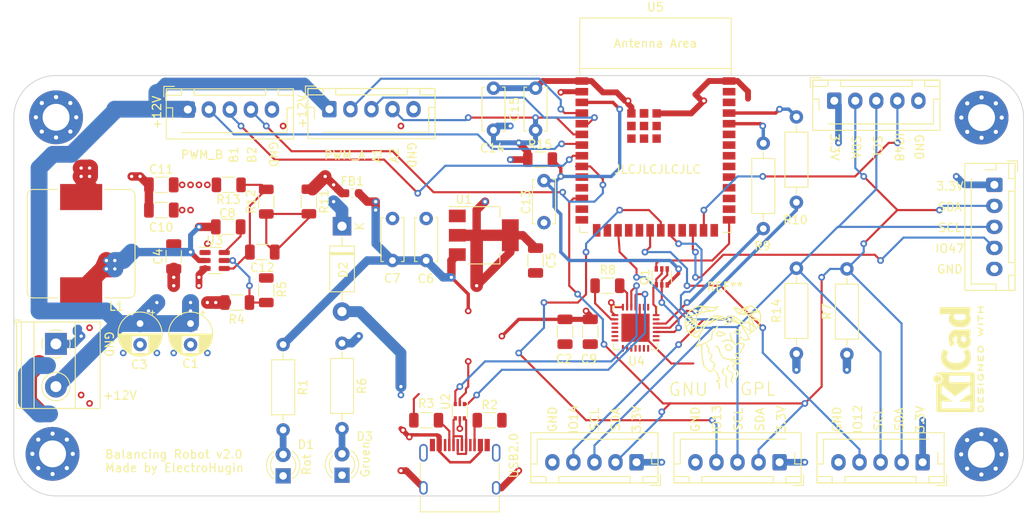
<source format=kicad_pcb>
(kicad_pcb (version 20221018) (generator pcbnew)
  (layers (0 "F.Cu" signal) (1 "In1.Cu" power) (2 "In2.Cu" power) (31 "B.Cu" signal) (34 "B.Paste" user) (35 "F.Paste" user) (36 "B.SilkS" user "B.Silkscreen") (37 "F.SilkS" user "F.Silkscreen") (38 "B.Mask" user) (39 "F.Mask" user) (44 "Edge.Cuts" user))
  (net 0 "")
  (net 1 "+5V")
  (net 2 "GND")
  (net 3 "+12VA")
  (net 4 "+3.3V")
  (net 5 "Net-(U3-BOOT)")
  (net 6 "Net-(U3-SW)")
  (net 7 "+5VP")
  (net 8 "Net-(U3-FB)")
  (net 9 "/EN")
  (net 10 "Net-(D1-A)")
  (net 11 "Net-(D2-A)")
  (net 12 "Net-(D3-A)")
  (net 13 "Net-(J2-CC1)")
  (net 14 "Net-(J2-D+-PadA6)")
  (net 15 "Net-(J2-D--PadA7)")
  (net 17 "Net-(J2-CC2)")
  (net 19 "/SDA")
  (net 20 "/SCL")
  (net 21 "/PWM_A")
  (net 22 "/A1")
  (net 23 "/A2")
  (net 24 "/PWM_B")
  (net 25 "/B1")
  (net 26 "/B2")
  (net 27 "/DTR")
  (net 28 "/RTS")
  (net 29 "/IO0")
  (net 30 "Net-(U3-EN)")
  (net 31 "+3.3VA")
  (net 32 "Net-(U4-~{RST})")
  (net 33 "Net-(U4-TXD)")
  (net 34 "/RXD")
  (net 35 "Net-(U4-RXD)")
  (net 36 "/TXD")
  (net 37 "Net-(U4-D-)")
  (net 38 "Net-(U4-D+)")
  (net 74 "Net-(C12-Pad1)")
  (net 77 "/RES_1")
  (net 78 "/MPU6050")
  (net 79 "/RES_2")
  (net 80 "/VL53L0X")
  (net 81 "/RES_3")
  (footprint "TerminalBlock_Phoenix:TerminalBlock_Phoenix_MKDS-1,5-2-5.08_1x02_P5.08mm_Horizontal" (layer "F.Cu") (at 98 99.92 -90)
    (fp_text reference "J1" hide)
    (fp_text value "Screw_Terminal_01x02")
  )
  (footprint "Package_TO_SOT_SMD:SOT-363_SC-70-6" (layer "F.Cu") (at 170 91.95 90)
    (fp_text reference "Q1")
    (fp_text value "UMH3N")
  )
  (footprint "Capacitor_SMD:C_1206_3216Metric" (layer "F.Cu") (at 158.5 98.475 -90)
    (fp_text reference "C2")
    (fp_text value "22u")
  )
  (footprint "LED_THT:LED_D3.0mm" (layer "F.Cu") (at 132 115.54 90)
    (fp_text reference "D3")
    (fp_text value "GREEN")
  )
  (footprint "Capacitor_THT:C_Disc_D5.0mm_W2.5mm_P5.00mm" (layer "F.Cu") (at 155 74.5 90)
    (fp_text reference "C15")
    (fp_text value "100n")
  )
  (footprint "MountingHole:MountingHole_3.2mm_M3_Pad_Via" (layer "F.Cu") (at 97.6 113)
    (fp_text reference "H3" hide)
    (fp_text value "Hole_Pad")
  )
  (footprint "Connector_JST:JST_XH_B5B-XH-AM_1x05_P2.50mm_Vertical" (layer "F.Cu") (at 184 114 180)
    (fp_text reference "J5" hide)
    (fp_text value "Conn_01x05")
  )
  (footprint "Connector_JST:JST_XH_B5B-XH-AM_1x05_P2.50mm_Vertical" (layer "F.Cu") (at 201 114 180)
    (fp_text reference "J3" hide)
    (fp_text value "Conn_01x05")
  )
  (footprint "Resistor_SMD:R_1206_3216Metric" (layer "F.Cu") (at 149.5375 109)
    (fp_text reference "R2")
    (fp_text value "5k1")
  )
  (footprint "Capacitor_SMD:C_1206_3216Metric" (layer "F.Cu") (at 161.5 98.475 -90)
    (fp_text reference "C9")
    (fp_text value "4u7")
  )
  (footprint "Connector_JST:JST_XH_B5B-XH-AM_1x05_P2.50mm_Vertical" (layer "F.Cu") (at 209.525 81 -90)
    (fp_text reference "J4" hide)
    (fp_text value "Conn_01x05")
  )
  (footprint "Diode_THT:D_DO-41_SOD81_P10.16mm_Horizontal" (layer "F.Cu") (at 132 85.92 -90)
    (fp_text reference "D2")
    (fp_text value "1N5819")
  )
  (footprint "Connector_USB:USB_C_Receptacle_HRO_TYPE-C-31-M-12" (layer "F.Cu") (at 146 116)
    (fp_text reference "J2" hide)
    (fp_text value "USB_C_Receptacle_USB2.0")
  )
  (footprint "Connector_JST:JST_XH_B5B-XH-AM_1x05_P2.50mm_Vertical" (layer "F.Cu") (at 130.5 72)
    (fp_text reference "J8" hide)
    (fp_text value "Conn_01x05")
  )
  (footprint "MountingHole:MountingHole_3.2mm_M3_Pad_Via" (layer "F.Cu") (at 208 73)
    (fp_text reference "H1" hide)
    (fp_text value "Hole_Pad")
  )
  (footprint "Capacitor_THT:C_Disc_D5.0mm_W2.5mm_P5.00mm" (layer "F.Cu") (at 156 80.5 -90)
    (fp_text reference "C13")
    (fp_text value "100n")
  )
  (footprint "LED_THT:LED_D3.0mm" (layer "F.Cu") (at 125 115.62 90)
    (fp_text reference "D1")
    (fp_text value "RED")
  )
  (footprint "Resistor_THT:R_Axial_DIN0207_L6.3mm_D2.5mm_P10.16mm_Horizontal" (layer "F.Cu") (at 182.06309 86.213588 90)
    (fp_text reference "R9")
    (fp_text value "22R")
  )
  (footprint "Inductor_SMD:L_0603_1608Metric" (layer "F.Cu") (at 133.2125 82)
    (fp_text reference "FB1")
    (fp_text value "BLM21PG221")
  )
  (footprint "MountingHole:MountingHole_3.2mm_M3_Pad_Via" (layer "F.Cu") (at 98.017235 72.965203)
    (fp_text reference "H2" hide)
    (fp_text value "Hole_Pad")
  )
  (footprint "Capacitor_SMD:C_1206_3216Metric" (layer "F.Cu") (at 112 89.525 90)
    (fp_text reference "C4")
    (fp_text value "0.1u")
  )
  (footprint "Connector_JST:JST_XH_B5B-XH-AM_1x05_P2.50mm_Vertical" (layer "F.Cu") (at 167 114 180)
    (fp_text reference "J7" hide)
    (fp_text value "Conn_01x05")
  )
  (footprint "Capacitor_SMD:C_1206_3216Metric" (layer "F.Cu") (at 155 90 -90)
    (fp_text reference "C5")
    (fp_text value "22u")
  )
  (footprint "Resistor_SMD:R_1206_3216Metric" (layer "F.Cu") (at 155.5375 78)
    (fp_text reference "R15")
    (fp_text value "10k")
  )
  (footprint "Resistor_THT:R_Axial_DIN0207_L6.3mm_D2.5mm_P10.16mm_Horizontal" (layer "F.Cu") (at 186 83.08 90)
    (fp_text reference "R10")
    (fp_text value "22R")
  )
  (footprint "Capacitor_THT:CP_Radial_D5.0mm_P2.50mm" (layer "F.Cu") (at 108 97.5 -90)
    (fp_text reference "C3")
    (fp_text value "10u")
  )
  (footprint "Capacitor_THT:C_Disc_D5.0mm_W2.5mm_P5.00mm" (layer "F.Cu") (at 142 90 90)
    (fp_text reference "C6")
    (fp_text value "22u")
  )
  (footprint "Capacitor_SMD:C_1206_3216Metric" (layer "F.Cu") (at 110.525 84)
    (fp_text reference "C10")
    (fp_text value "22u")
  )
  (footprint "Capacitor_THT:C_Disc_D5.0mm_W2.5mm_P5.00mm" (layer "F.Cu") (at 138 90 90)
    (fp_text reference "C7")
    (fp_text value "100n")
  )
  (footprint "Resistor_SMD:R_1206_3216Metric" (layer "F.Cu") (at 118.5375 81 180)
    (fp_text reference "R13")
    (fp_text value "13k3")
  )
  (footprint "Resistor_THT:R_Axial_DIN0207_L6.3mm_D2.5mm_P10.16mm_Horizontal" (layer "F.Cu") (at 186 101.08 90)
    (fp_text reference "R14")
    (fp_text value "3k3")
  )
  (footprint "Resistor_SMD:R_1206_3216Metric" (layer "F.Cu") (at 123 93.5375 90)
    (fp_text reference "R5")
    (fp_text value "105k")
  )
  (footprint "Connector_JST:JST_XH_B5B-XH-AM_1x05_P2.50mm_Vertical" (layer "F.Cu") (at 190.5 71)
    (fp_text reference "J6" hide)
    (fp_text value "Conn_01x05")
  )
  (footprint "Capacitor_THT:C_Disc_D5.0mm_W2.5mm_P5.00mm" (layer "F.Cu") (at 150 74.5 90)
    (fp_text reference "C14")
    (fp_text value "22u")
  )
  (footprint "Resistor_SMD:R_1206_3216Metric" (layer "F.Cu") (at 128.063184 82.981592 -90)
    (fp_text reference "R11")
    (fp_text value "49.9")
  )
  (footprint "Inductor_SMD:L_Bourns_SRP1245A" (layer "F.Cu") (at 101 88 90)
    (fp_text reference "L1")
    (fp_text value "10u")
  )
  (footprint "Capacitor_SMD:C_1206_3216Metric" (layer "F.Cu") (at 110.525 81)
    (fp_text reference "C11")
    (fp_text value "22u")
  )
  (footprint "Resistor_SMD:R_1206_3216Metric" (layer "F.Cu") (at 142 109 180)
    (fp_text reference "R3")
    (fp_text value "5k1")
  )
  (footprint "Capacitor_SMD:C_1206_3216Metric" (layer "F.Cu") (at 122.525 89 180)
    (fp_text reference "C12")
    (fp_text value "75p")
  )
  (footprint "Resistor_THT:R_Axial_DIN0207_L6.3mm_D2.5mm_P10.16mm_Horizontal" (layer "F.Cu") (at 125 100 -90)
    (fp_text reference "R1")
    (fp_text value "1K")
  )
  (footprint "Symbol:KiCad-Logo2_5mm_SilkScreen" (layer "F.Cu") (at 205.25 101.75 90)
    (fp_text reference "REF**" hide)
    (fp_text value "KiCad-Logo2_5mm_SilkScreen" hide)
  )
  (footprint "Resistor_SMD:R_1206_3216Metric" (layer "F.Cu") (at 123 83 90)
    (fp_text reference "R12")
    (fp_text value "100k")
  )
  (footprint "Resistor_THT:R_Axial_DIN0207_L6.3mm_D2.5mm_P10.16mm_Horizontal" (layer "F.Cu") (at 132 99.84 -90)
    (fp_text reference "R6")
    (fp_text value "1K")
  )
  (footprint "PCM_Espressif:ESP32-S3-WROOM-2" (layer "F.Cu") (at 169.25 76.91)
    (fp_text reference "U5")
    (fp_text value "ESP32-S3-WROOM-2")
  )
  (footprint "Package_TO_SOT_SMD:SOT-223-3_TabPin2" (layer "F.Cu") (at 148.85 87)
    (fp_text reference "U1")
    (fp_text value "TLV1117LV-3.3")
  )
  (footprint "Package_TO_SOT_SMD:SOT-666" (layer "F.Cu") (at 146 107.925 -90)
    (fp_text reference "U2")
    (fp_text value "USBLC6-2P6")
  )
  (footprint "Resistor_THT:R_Axial_DIN0207_L6.3mm_D2.5mm_P10.16mm_Horizontal" (layer "F.Cu") (at 192 101.16 90)
    (fp_text reference "R7")
    (fp_text value "3k3")
  )
  (footprint "Package_DFN_QFN:QFN-28-1EP_5x5mm_P0.5mm_EP3.35x3.35mm" (layer "F.Cu") (at 166.88 98 -90)
    (fp_text reference "U4")
    (fp_text value "CP2102N-Axx-xQFN28")
  )
  (footprint "Capacitor_SMD:C_1206_3216Metric" (layer "F.Cu") (at 118.475 86 180)
    (fp_text reference "C8")
    (fp_text value "0.1u")
  )
  (footprint "Symbol:Symbol_GNU-Logo_SilkscreenTop" (layer "F.Cu") (at 177.5 99.17393)
    (fp_text reference "REF**")
    (fp_text value "Symbol_GNU-Logo_SilkscreenTop")
  )
  (footprint "Resistor_SMD:R_1206_3216Metric" (layer "F.Cu") (at 163.5375 93 180)
    (fp_text reference "R8")
    (fp_text value "10k")
  )
  (footprint "Package_TO_SOT_SMD:SOT-23-6" (layer "F.Cu") (at 116.8625 90)
    (fp_text reference "U3")
    (fp_text value "TPS54302")
  )
  (footprint "MountingHole:MountingHole_3.2mm_M3_Pad_Via" (layer "F.Cu") (at 207.982076 113.056981)
    (fp_text reference "H4" hide)
    (fp_text value "Hole_Pad")
  )
  (footprint "Connector_JST:JST_XH_B5B-XH-AM_1x05_P2.50mm_Vertical" (layer "F.Cu") (at 113.673618 72.037026)
    (fp_text reference "J9" hide)
    (fp_text value "Conn_01x05")
  )
  (footprint "Capacitor_THT:CP_Radial_D5.0mm_P2.50mm" (layer "F.Cu") (at 114 97.5 -90)
    (fp_text reference "C1")
    (fp_text value "1u")
  )
  (footprint "Resistor_SMD:R_1206_3216Metric" (layer "F.Cu") (at 119.5375 95)
    (fp_text reference "R4")
    (fp_text value "511k")
  )
  (gr_arc (start 208 68) (mid 211.535534 69.464466) (end 213 73) (stroke (width 0.1)) (layer "Edge.Cuts"))
  (gr_arc (start 213 113) (mid 211.535534 116.535534) (end 208 118) (stroke (width 0.1)) (layer "Edge.Cuts"))
  (gr_line (start 93 73) (end 93 113) (stroke (width 0.1)) (layer "Edge.Cuts"))
  (gr_arc (start 98 118) (mid 94.464466 116.535534) (end 93 113) (stroke (width 0.1)) (layer "Edge.Cuts"))
  (gr_line (start 98 118) (end 208 118) (stroke (width 0.1)) (layer "Edge.Cuts"))
  (gr_line (start 213 113) (end 213 73) (stroke (width 0.1)) (layer "Edge.Cuts"))
  (gr_line (start 208 68) (end 98 68) (stroke (width 0.1)) (layer "Edge.Cuts"))
  (gr_arc (start 93 73) (mid 94.464466 69.464466) (end 98 68) (stroke (width 0.1)) (layer "Edge.Cuts"))
  (gr_text "SDA" (at 165.109507 110.397884 90) (layer "F.SilkS") (effects (font (size 1 1)) (justify left bottom)))
  (gr_text "3.3V" (at 189.961309 74.785715 270) (layer "F.SilkS") (effects (font (size 1 1)) (justify left bottom)))
  (gr_text "3.3V" (at 201.288691 110.61217 90) (layer "F.SilkS") (effects (font (size 1 1)) (justify left bottom)))
  (gr_text "GND" (at 103.707784 98.330964 -90) (layer "F.SilkS") (effects (font (size 1 1)) (justify left bottom)))
  (gr_text "PWM_A" (at 129.782035 78.071988) (layer "F.SilkS") (effects (font (size 1 1)) (justify left bottom)))
  (gr_text "GND" (at 157.60564 110.516932 90) (layer "F.SilkS") (effects (font (size 1 1)) (justify left bottom)))
  (gr_text "A2" (at 138.809703 78.5 90) (layer "F.SilkS") (effects (font (size 1 1)) (justify left bottom)))
  (gr_text "IO47" (at 202.416667 89.160213) (layer "F.SilkS") (effects (font (size 1 1)) (justify left bottom)))
  (gr_text "GND" (at 174.577323 110.516932 90) (layer "F.SilkS") (effects (font (size 1 1)) (justify left bottom)))
  (gr_text "SCL" (at 196.343959 110.374075 90) (layer "F.SilkS") (effects (font (size 1 1)) (justify left bottom)))
  (gr_text "SCL" (at 202.75 86.690142) (layer "F.SilkS") (effects (font (size 1 1)) (justify left bottom)))
  (gr_text "SCL" (at 195.03869 75.02381 270) (layer "F.SilkS") (effects (font (size 1 1)) (justify left bottom)))
  (gr_text "PWM_B" (at 112.75 78.000559) (layer "F.SilkS") (effects (font (size 1 1)) (justify left bottom)))
  (gr_text "+12V" (at 110.581108 74.496503 90) (layer "F.SilkS") (effects (font (size 1 1)) (justify left bottom)))
  (gr_text "3.3V" (at 184.785395 110.61217 90) (layer "F.SilkS") (effects (font (size 1 1)) (justify left bottom)))
  (gr_text "Gruen" (at 135.355496 115.89264 90) (layer "F.SilkS") (effects (font (size 1 1)) (justify left bottom)))
  (gr_text "SDA" (at 202.72619 84.220071) (layer "F.SilkS") (effects (font (size 1 1)) (justify left bottom)))
  (gr_text "IO48" (at 197.626676 74.690477 270) (layer "F.SilkS") (effects (font (size 1 1)) (justify left bottom)))
  (gr_text "SDA" (at 198.816324 110.397884 90) (layer "F.SilkS") (effects (font (size 1 1)) (justify left bottom)))
  (gr_text "IO14" (at 160.106929 110.707408 90) (layer "F.SilkS") (effects (font (size 1 1)) (justify left bottom)))
  (gr_text "A1" (at 136.75 78.5 90) (layer "F.SilkS") (effects (font (size 1 1)) (justify left bottom)))
  (gr_text "GND" (at 123.23782 75.75 -90) (layer "F.SilkS") (effects (font (size 1 1)) (justify left bottom)))
  (gr_text "+12V" (at 127.858992 74.373266 90) (layer "F.SilkS") (effects (font (size 1 1)) (justify left bottom)))
  (gr_text "SDA" (at 182.233377 110.397884 90) (layer "F.SilkS") (effects (font (size 1 1)) (justify left bottom)))
  (gr_text "GND" (at 139.665906 75.821429 -90) (layer "F.SilkS") (effects (font (size 1 1)) (justify left bottom)))
  (gr_text "+12V" (at 103.514043 106.637395) (layer "F.SilkS") (effects (font (size 1 1)) (justify left bottom)))
  (gr_text "USB2.0" (at 153 116 90) (layer "F.SilkS") (effects (font (size 1 1)) (justify left bottom)))
  (gr_text "IO13" (at 177.129341 110.707408 90) (layer "F.SilkS") (effects (font (size 1 1)) (justify left bottom)))
  (gr_text "GND" (at 202.607143 91.630287) (layer "F.SilkS") (effects (font (size 1 1)) (justify left bottom)))
  (gr_text "B1" (at 119.725323 78.5 -270) (layer "F.SilkS") (effects (font (size 1 1)) (justify left bottom)))
  (gr_text "IO12" (at 193.871594 110.707408 90) (layer "F.SilkS") (effects (font (size 1 1)) (justify left bottom)))
  (gr_text "SCL" (at 179.681359 110.374075 90) (layer "F.SilkS") (effects (font (size 1 1)) (justify left bottom)))
  (gr_text "Balancing Robot v2.0\nMade by ElectroHugin" (at 103.75 115.25) (layer "F.SilkS") (effects (font (size 1 1)) (justify left bottom)))
  (gr_text "Rot" (at 128.367935 115.633841 90) (layer "F.SilkS") (effects (font (size 1 1)) (justify left bottom)))
  (gr_text "B2" (at 121.894302 78.5 90) (layer "F.SilkS") (effects (font (size 1 1)) (justify left bottom)))
  (gr_text "GND" (at 191.399229 110.516932 90) (layer "F.SilkS") (effects (font (size 1 1)) (justify left bottom)))
  (gr_text "GND" (at 199.985956 74.880953 -90) (layer "F.SilkS") (effects (font (size 1 1)) (justify left bottom)))
  (gr_text "3.3V" (at 202.511905 81.75) (layer "F.SilkS") (effects (font (size 1 1)) (justify left bottom)))
  (gr_text "SCL" (at 162.608218 110.374075 90) (layer "F.SilkS") (effects (font (size 1 1)) (justify left bottom)))
  (gr_text "JLCJLCJLCJLC" (at 164.25 79.75) (layer "F.SilkS") (effects (font (size 1 1)) (justify left bottom)))
  (gr_text "3.3V" (at 167.610798 110.61217 90) (layer "F.SilkS") (effects (font (size 1 1)) (justify left bottom)))
  (gr_text "SDA" (at 192.5 75 270) (layer "F.SilkS") (effects (font (size 1 1)) (justify left bottom)))
  (segment (start 164.55 95.55) (end 164 95) (width 0.25) (layer "F.Cu") (net 1))
  (segment (start 136 83) (end 136 84) (width 1) (layer "F.Cu") (net 1))
  (segment (start 146.725 105.275) (end 147 105) (width 0.25) (layer "F.Cu") (net 1))
  (segment (start 146 106.425) (end 146.725 105.7) (width 0.25) (layer "F.Cu") (net 1))
  (segment (start 164.43 96.5) (end 164 96.07) (width 0.25) (layer "F.Cu") (net 1))
  (segment (start 165.38 95.55) (end 164.55 95.55) (width 0.25) (layer "F.Cu") (net 1))
  (segment (start 158.5 97) (end 161.5 97) (width 0.6) (layer "F.Cu") (net 1))
  (segment (start 146.725 93.725) (end 145 92) (width 0.4) (layer "F.Cu") (net 1))
  (segment (start 147 95) (end 147 96) (width 0.4) (layer "F.Cu") (net 1))
  (segment (start 153 97) (end 158.5 97) (width 0.4) (layer "F.Cu") (net 1))
  (segment (start 145 90) (end 145.7 89.3) (width 1) (layer "F.Cu") (net 1))
  (segment (start 135 83) (end 134 82) (width 1) (layer "F.Cu") (net 1))
  (segment (start 146.725 93.725) (end 147 94) (width 0.4) (layer "F.Cu") (net 1))
  (segment (start 161.5 96.5) (end 161 96) (width 0.6) (layer "F.Cu") (net 1))
  (segment (start 136 83) (end 135 83) (width 1) (layer "F.Cu") (net 1))
  (segment (start 147 105) (end 147 102) (width 0.25) (layer "F.Cu") (net 1))
  (segment (start 151 99) (end 153 97) (width 0.4) (layer "F.Cu") (net 1))
  (segment (start 147 94) (end 147 95) (width 0.4) (layer "F.Cu") (net 1))
  (segment (start 146 107) (end 146 106.425) (width 0.25) (layer "F.Cu") (net 1))
  (segment (start 164 96.07) (end 164 95) (width 0.25) (layer "F.Cu") (net 1))
  (segment (start 145 92) (end 145 90) (width 1) (layer "F.Cu") (net 1))
  (segment (start 146.725 105.7) (end 146.725 105.275) (width 0.25) (layer "F.Cu") (net 1))
  (segment (start 161.5 97) (end 161.5 96.5) (width 0.6) (layer "F.Cu") (net 1))
  (via (at 136 83) (size 0.8) (drill 0.4) (layers "F.Cu" "B.Cu") (net 1))
  (via blind (at 147 102) (size 0.8) (drill 0.4) (layers "F.Cu" "In2.Cu") (net 1))
  (via (at 145 92) (size 0.8) (drill 0.4) (layers "F.Cu" "B.Cu") (net 1))
  (via blind (at 147 96) (size 0.8) (drill 0.4) (layers "F.Cu" "In2.Cu") (net 1))
  (via blind (at 164 95) (size 0.8) (drill 0.4) (layers "F.Cu" "In2.Cu") (net 1))
  (via blind (at 151 99) (size 0.8) (drill 0.4) (layers "F.Cu" "In2.Cu") (net 1))
  (via (at 136 84) (size 0.8) (drill 0.4) (layers "F.Cu" "B.Cu") (net 1))
  (via blind (at 161 96) (size 0.8) (drill 0.4) (layers "F.Cu" "In2.Cu") (net 1))
  (segment (start 138 90) (end 136 88) (width 1) (layer "B.Cu") (net 1))
  (segment (start 135 90) (end 138 90) (width 1) (layer "B.Cu") (net 1))
  (segment (start 142 90) (end 144 92) (width 1) (layer "B.Cu") (net 1))
  (segment (start 144 92) (end 145 92) (width 1) (layer "B.Cu") (net 1))
  (segment (start 138 90) (end 142 90) (width 1) (layer "B.Cu") (net 1))
  (segment (start 125 100) (end 135 90) (width 1) (layer "B.Cu") (net 1))
  (segment (start 136 88) (end 136 84) (width 1) (layer "B.Cu") (net 1))
  (segment (start 139.63 115) (end 139 115) (width 0.8) (layer "F.Cu") (net 2))
  (segment (start 173.5 72.5) (end 169.39 72.5) (width 0.7) (layer "F.Cu") (net 2))
  (segment (start 167.38 97.5) (end 166.88 98) (width 0.25) (layer "F.Cu") (net 2))
  (segment (start 179 68.65) (end 180.25 69.9) (width 0.7) (layer "F.Cu") (net 2))
  (segment (start 140.5375 109) (end 140.5375 106.4625) (width 0.25) (layer "F.Cu") (net 2))
  (segment (start 166.88 98) (end 171.13 102.25) (width 0.25) (layer "F.Cu") (net 2))
  (segment (start 155.85 68.65) (end 155 69.5) (width 0.7) (layer "F.Cu") (net 2))
  (segment (start 166.39 71.75) (end 166.39 72.5) (width 0.7) (layer "F.Cu") (net 2))
  (segment (start 177.35 68.65) (end 175.6 68.65) (width 0.7) (layer "F.Cu") (net 2))
  (segment (start 160.5 68.65) (end 161.65 68.65) (width 0.7) (layer "F.Cu") (net 2))
  (segment (start 174 70.25) (end 174.75 71) (width 0.7) (layer "F.Cu") (net 2))
  (segment (start 146 108.85) (end 146 110) (width 0.25) (layer "F.Cu") (net 2))
  (segment (start 178 68.65) (end 177.35 68.65) (width 0.25) (layer "F.Cu") (net 2))
  (segment (start 141.68 117.05) (end 139.63 115) (width 0.8) (layer "F.Cu") (net 2))
  (segment (start 163 70) (end 164.64 70) (width 0.7) (layer "F.Cu") (net 2))
  (segment (start 150.32 117.05) (end 150.95 117.05) (width 0.8) (layer "F.Cu") (net 2))
  (segment (start 175 71) (end 173.5 72.5) (width 0.7) (layer "F.Cu") (net 2))
  (segment (start 150.95 117.05) (end 153 115) (width 0.8) (layer "F.Cu") (net 2))
  (segment (start 161.65 68.65) (end 163 70) (width 0.7) (layer "F.Cu") (net 2))
  (segment (start 175.6 68.65) (end 174 70.25) (width 0.7) (layer "F.Cu") (net 2))
  (segment (start 171.13 102.25) (end 173.75 102.25) (width 0.25) (layer "F.Cu") (net 2))
  (segment (start 166 71.36) (end 166.39 71.75) (width 0.7) (layer "F.Cu") (net 2))
  (segment (start 164.64 70) (end 165.64 71) (width 0.7) (layer "F.Cu") (net 2))
  (segment (start 96 102.25) (end 94.75 103.5) (width 2) (layer "F.Cu") (net 2))
  (segment (start 140.5375 106.4625) (end 141.125 105.875) (width 0.25) (layer "F.Cu") (net 2))
  (segment (start 166 71) (end 166 71.36) (width 0.7) (layer "F.Cu") (net 2))
  (segment (start 178 68.65) (end 179 68.65) (width 0.7) (layer "F.Cu") (net 2))
  (segment (start 167.38 95.55) (end 167.38 97.5) (width 0.25) (layer "F.Cu") (net 2))
  (segment (start 160.5 68.65) (end 155.85 68.65) (width 0.7) (layer "F.Cu") (net 2))
  (segment (start 180.25 69.9) (end 180.25 70.75) (width 0.7) (layer "F.Cu") (net 2))
  (segment (start 94.75 103.5) (end 94.75 106.75) (width 2) (layer "F.Cu") (net 2))
  (segment (start 94.75 106.75) (end 96.25 108.25) (width 2) (layer "F.Cu") (net 2))
  (segment (start 165.64 71) (end 166 71) (width 0.7) (layer "F.Cu") (net 2))
  (segment (start 174.75 71) (end 175 71) (width 0.7) (layer "F.Cu") (net 2))
  (via blind (at 125 74) (size 0.8) (drill 0.4) (layers "F.Cu" "In1.Cu") (net 2))
  (via blind (at 175 71) (size 0.8) (drill 0.4) (layers "F.Cu" "In1.Cu") (net 2))
  (via blind (at 166 71) (size 0.8) (drill 0.4) (layers "F.Cu" "In1.Cu") (net 2))
  (via blind (at 116 81) (size 0.8) (drill 0.4) (layers "F.Cu" "In1.Cu") (net 2))
  (via blind (at 114 81) (size 0.8) (drill 0.4) (layers "F.Cu" "In1.Cu") (net 2))
  (via blind (at 115 81) (size 0.8) (drill 0.4) (layers "F.Cu" "In1.Cu") (net 2))
  (via blind (at 101 106) (size 0.8) (drill 0.4) (layers "F.Cu" "In1.Cu") (net 2))
  (via blind (at 139 74) (size 0.8) (drill 0.4) (layers "F.Cu" "In1.Cu") (net 2))
  (via blind (at 146 110) (size 0.8) (drill 0.4) (layers "F.Cu" "In1.Cu") (net 2))
  (via blind (at 102 98) (size 0.8) (drill 0.4) (layers "F.Cu" "In1.Cu") (net 2))
  (via blind (at 114 84) (size 0.8) (drill 0.4) (layers "F.Cu" "In1.Cu") (net 2))
  (via blind (at 101 99) (size 0.8) (drill 0.4) (layers "F.Cu" "In1.Cu") (net 2))
  (via blind (at 102 107) (size 0.8) (drill 0.4) (layers "F.Cu" "In1.Cu") (net 2))
  (via blind (at 113 81) (size 0.8) (drill 0.4) (layers "F.Cu" "In1.Cu") (net 2))
  (via blind (at 113 84) (size 0.8) (drill 0.4) (layers "F.Cu" "In1.Cu") (net 2))
  (via blind (at 116 88) (size 0.8) (drill 0.4) (layers "F.Cu" "In1.Cu") (net 2))
  (via blind (at 139 115) (size 0.8) (drill 0.4) (layers "F.Cu" "In1.Cu") (net 2))
  (via blind (at 153 115) (size 0.8) (drill 0.4) (layers "F.Cu" "In1.Cu") (net 2))
  (via blind (at 116 101) (size 0.8) (drill 0.4) (layers "In1.Cu" "B.Cu") (net 2))
  (via blind (at 112 101) (size 0.8) (drill 0.4) (layers "In1.Cu" "B.Cu") (net 2))
  (via blind (at 106 101) (size 0.8) (drill 0.4) (layers "In1.Cu" "B.Cu") (net 2))
  (via blind (at 110 101) (size 0.8) (drill 0.4) (layers "In1.Cu" "B.Cu") (net 2))
  (segment (start 100.5 98.25) (end 100.625 98.125) (width 1) (layer "B.Cu") (net 2))
  (segment (start 96 108.25) (end 97.25 108.25) (width 2) (layer "B.Cu") (net 2))
  (segment (start 95.5 102.5) (end 94.5 103.5) (width 2) (layer "B.Cu") (net 2))
  (segment (start 97 102.5) (end 95.5 102.5) (width 2) (layer "B.Cu") (net 2))
  (segment (start 100.08 99.92) (end 101 99) (width 1) (layer "B.Cu") (net 2))
  (segment (start 100.5 98.5) (end 101 99) (width 1) (layer "B.Cu") (net 2))
  (segment (start 94.5 106.75) (end 96 108.25) (width 2) (layer "B.Cu") (net 2))
  (segment (start 94.5 103.5) (end 94.5 106.75) (width 2) (layer "B.Cu") (net 2))
  (segment (start 98 99.92) (end 100.08 99.92) (width 1) (layer "B.Cu") (net 2))
  (segment (start 150 69.5) (end 155 69.5) (width 0.7) (layer "B.Cu") (net 2))
  (segment (start 100.5 98.25) (end 100.5 98.5) (width 1) (layer "B.Cu") (net 2))
  (segment (start 118.075 95) (end 117 95) (width 1.5) (layer "F.Cu") (net 3))
  (segment (start 115.725 90.95) (end 115 91.675) (width 0.8) (layer "F.Cu") (net 3))
  (segment (start 115 93) (end 115 92) (width 0.8) (layer "F.Cu") (net 3))
  (segment (start 117 95) (end 116 95) (width 1.5) (layer "F.Cu") (net 3))
  (segment (start 112 92) (end 112 93) (width 1.5) (layer "F.Cu") (net 3))
  (segment (start 115 91.675) (end 115 92) (width 0.8) (layer "F.Cu") (net 3))
  (segment (start 112 91) (end 112 92) (width 1.5) (layer "F.Cu") (net 3))
  (via blind (at 112 93) (size 0.8) (drill 0.4) (layers "F.Cu" "In2.Cu") (net 3))
  (via blind (at 115 93) (size 0.8) (drill 0.4) (layers "F.Cu" "In2.Cu") (net 3))
  (via blind (at 115 92) (size 0.8) (drill 0.4) (layers "F.Cu" "In2.Cu") (net 3))
  (via blind (at 112 92) (size 0.8) (drill 0.4) (layers "F.Cu" "In2.Cu") (net 3))
  (via blind (at 117 95) (size 0.8) (drill 0.4) (layers "F.Cu" "In2.Cu") (net 3))
  (via blind (at 116 95) (size 0.8) (drill 0.4) (layers "F.Cu" "In2.Cu") (net 3))
  (via blind (at 109 96) (size 0.8) (drill 0.4) (layers "In2.Cu" "B.Cu") (net 3))
  (via blind (at 114 96) (size 0.8) (drill 0.4) (layers "In2.Cu" "B.Cu") (net 3))
  (via blind (at 114 95) (size 0.8) (drill 0.4) (layers "In2.Cu" "B.Cu") (net 3))
  (via blind (at 110 95) (size 0.8) (drill 0.4) (layers "In2.Cu" "B.Cu") (net 3))
  (segment (start 111 69) (end 127.5 69) (width 1.5) (layer "B.Cu") (net 3))
  (segment (start 105.5 97.5) (end 108 97.5) (width 2) (layer "B.Cu") (net 3))
  (segment (start 109 96) (end 110 95) (width 2) (layer "B.Cu") (net 3))
  (segment (start 105.5 97.5) (end 104 96) (width 2) (layer "B.Cu") (net 3))
  (segment (start 105 72.204978) (end 105 72) (width 2) (layer "B.Cu") (net 3))
  (segment (start 114 97.5) (end 114 95) (width 2) (layer "B.Cu") (net 3))
  (segment (start 108 97) (end 109 96) (width 2) (layer "B.Cu") (net 3))
  (segment (start 110 72) (end 113.636592 72) (width 2) (layer "B.Cu") (net 3))
  (segment (start 108 97.5) (end 108 97) (width 2) (layer "B.Cu") (net 3))
  (segment (start 114 96) (end 114 95) (width 2) (layer "B.Cu") (net 3))
  (segment (start 96 96) (end 96 79) (width 2) (layer "B.Cu") (net 3))
  (segment (start 110 72) (end 110 70) (width 2) (layer "B.Cu") (net 3))
  (segment (start 105 72) (end 110 72) (width 2) (layer "B.Cu") (net 3))
  (segment (start 110 70) (end 111 69) (width 1.5) (layer "B.Cu") (net 3))
  (segment (start 98 105) (end 105.5 97.5) (width 2) (layer "B.Cu") (net 3))
  (segment (start 96 79) (end 97.634797 77.365203) (width 2) (layer "B.Cu") (net 3))
  (segment (start 113.636592 72) (end 113.673618 72.037026) (width 2) (layer "B.Cu") (net 3))
  (segment (start 127.5 69) (end 130.5 72) (width 1.5) (layer "B.Cu") (net 3))
  (segment (start 104 96) (end 96 96) (width 2) (layer "B.Cu") (net 3))
  (segment (start 97.634797 77.365203) (end 99.839775 77.365203) (width 2) (layer "B.Cu") (net 3))
  (segment (start 99.839775 77.365203) (end 105 72.204978) (width 2) (layer "B.Cu") (net 3))
  (segment (start 108 97.5) (end 114 97.5) (width 2) (layer "B.Cu") (net 3))
  (segment (start 114 97.5) (end 114 96) (width 2) (layer "B.Cu") (net 3))
  (segment (start 145.7 87) (end 148 87) (width 1.35) (layer "F.Cu") (net 4))
  (segment (start 152 87) (end 152 89) (width 1) (layer "F.Cu") (net 4))
  (segment (start 154.075 78) (end 152 78) (width 0.8) (layer "F.Cu") (net 4))
  (segment (start 155 88.525) (end 153.475 87) (width 1) (layer "F.Cu") (net 4))
  (segment (start 148 84) (end 149 83) (width 1) (layer "F.Cu") (net 4))
  (segment (start 148 87) (end 152 87) (width 1.35) (layer "F.Cu") (net 4))
  (segment (start 148 87) (end 148 84) (width 1) (layer "F.Cu") (net 4))
  (segment (start 153.475 87) (end 152 87) (width 1) (layer "F.Cu") (net 4))
  (segment (start 160.5 69.92) (end 158.08 69.92) (width 0.6) (layer "F.Cu") (net 4))
  (segment (start 148 93) (end 148 87) (width 1.5) (layer "F.Cu") (net 4))
  (segment (start 152 89) (end 148 93) (width 1) (layer "F.Cu") (net 4))
  (segment (start 158.08 69.92) (end 158 70) (width 0.25) (layer "F.Cu") (net 4))
  (segment (start 154.075 78) (end 154.075 77.075) (width 0.8) (layer "F.Cu") (net 4))
  (segment (start 154.075 77.075) (end 153 76) (width 0.8) (layer "F.Cu") (net 4))
  (via blind (at 158 70) (size 0.8) (drill 0.4) (layers "F.Cu" "In2.Cu") (net 4))
  (via (at 153 76) (size 0.8) (drill 0.4) (layers "F.Cu" "B.Cu") (net 4))
  (via blind (at 148 93) (size 0.8) (drill 0.4) (layers "F.Cu" "In2.Cu") (net 4))
  (via (at 152 78) (size 0.8) (drill 0.4) (layers "F.Cu" "B.Cu") (net 4))
  (via (at 149 83) (size 0.8) (drill 0.4) (layers "F.Cu" "B.Cu") (net 4))
  (via (at 205 80) (size 0.8) (drill 0.4) (layers "F.Cu" "B.Cu") (net 4))
  (via (at 191 76) (size 0.8) (drill 0.4) (layers "F.Cu" "B.Cu") (net 4))
  (via blind (at 155 73) (size 0.8) (drill 0.4) (layers "In2.Cu" "B.Cu") (net 4))
  (via blind (at 201 109) (size 0.8) (drill 0.4) (layers "In2.Cu" "B.Cu") (net 4))
  (via blind (at 152 74) (size 0.8) (drill 0.4) (layers "In2.Cu" "B.Cu") (net 4))
  (via blind (at 170 114) (size 0.8) (drill 0.4) (layers "In2.Cu" "B.Cu") (net 4))
  (via blind (at 134 99) (size 0.8) (drill 0.4) (layers "In2.Cu" "B.Cu") (net 4))
  (via blind (at 186 103) (size 0.8) (drill 0.4) (layers "In2.Cu" "B.Cu") (net 4))
  (via blind (at 187 114) (size 0.8) (drill 0.4) (layers "In2.Cu" "B.Cu") (net 4))
  (via blind (at 192 103) (size 0.8) (drill 0.4) (layers "In2.Cu" "B.Cu") (net 4))
  (segment (start 153 76) (end 155 76) (width 0.6) (layer "B.Cu") (net 4))
  (segment (start 184 114) (end 187 114) (width 0.8) (layer "B.Cu") (net 4))
  (segment (start 152 74) (end 150.5 74) (width 0.8) (layer "B.Cu") (net 4))
  (segment (start 150 74.5) (end 150 76) (width 0.6) (layer "B.Cu") (net 4))
  (segment (start 155 74.5) (end 155 76) (width 0.6) (layer "B.Cu") (net 4))
  (segment (start 192 101.16) (end 192 103) (width 1) (layer "B.Cu") (net 4))
  (segment (start 201 109) (end 201 114) (width 0.8) (layer "B.Cu") (net 4))
  (segment (start 133.16 99.84) (end 134 99) (width 1) (layer "B.Cu") (net 4))
  (segment (start 167.978858 114) (end 170 114) (width 0.8) (layer "B.Cu") (net 4))
  (segment (start 190.5 71) (end 191 71.5) (width 0.25) (layer "B.Cu") (net 4))
  (segment (start 186 101.08) (end 186 103) (width 1) (layer "B.Cu") (net 4))
  (segment (start 206 81) (end 205 80) (width 0.8) (layer "B.Cu") (net 4))
  (segment (start 153 76) (end 150 76) (width 0.6) (layer "B.Cu") (net 4))
  (segment (start 132 99.84) (end 133.16 99.84) (width 1) (layer "B.Cu") (net 4))
  (segment (start 191 71.5) (end 191 76) (width 0.8) (layer "B.Cu") (net 4))
  (segment (start 155 73) (end 155 74.5) (width 0.6) (layer "B.Cu") (net 4))
  (segment (start 167 114) (end 167.978858 114) (width 0.25) (layer "B.Cu") (net 4))
  (segment (start 209.525 81) (end 206 81) (width 0.8) (layer "B.Cu") (net 4))
  (segment (start 150.5 74) (end 150 74.5) (width 0.8) (layer "B.Cu") (net 4))
  (segment (start 118 89.05) (end 119.95 87.1) (width 0.25) (layer "F.Cu") (net 5))
  (segment (start 120 86.05) (end 119.95 86) (width 0.25) (layer "F.Cu") (net 5))
  (segment (start 119.95 87.1) (end 119.95 86) (width 0.25) (layer "F.Cu") (net 5))
  (segment (start 104 91) (end 104 90) (width 2) (layer "F.Cu") (net 6))
  (segment (start 117 86) (end 115 86) (width 1) (layer "F.Cu") (net 6))
  (segment (start 103.55 91) (end 101 93.55) (width 2) (layer "F.Cu") (net 6))
  (segment (start 105 91) (end 104 91) (width 2) (layer "F.Cu") (net 6))
  (segment (start 104 90) (end 103.55 91) (width 2) (layer "F.Cu") (net 6))
  (segment (start 115.725 90) (end 115 90) (width 0.6) (layer "F.Cu") (net 6))
  (segment (start 115 90) (end 114 89) (width 0.6) (layer "F.Cu") (net 6))
  (via (at 114 89) (size 0.8) (drill 0.4) (layers "F.Cu" "B.Cu") (net 6))
  (via (at 115 86) (size 0.8) (drill 0.4) (layers "F.Cu" "B.Cu") (net 6))
  (via (at 105 90) (size 0.8) (drill 0.4) (layers "F.Cu" "B.Cu") (net 6))
  (via (at 105 91) (size 0.8) (drill 0.4) (layers "F.Cu" "B.Cu") (net 6))
  (via (at 104 90) (size 0.8) (drill 0.4) (layers "F.Cu" "B.Cu") (net 6))
  (via (at 104 91) (size 0.8) (drill 0.4) (layers "F.Cu" "B.Cu") (net 6))
  (segment (start 114 89) (end 107 89) (width 1) (layer "B.Cu") (net 6))
  (segment (start 105 90) (end 105 91) (width 2) (layer "B.Cu") (net 6))
  (segment (start 114 87) (end 115 86) (width 0.6) (layer "B.Cu") (net 6))
  (segment (start 107 89) (end 106 90) (width 2) (layer "B.Cu") (net 6))
  (segment (start 114 89) (end 114 87) (width 0.6) (layer "B.Cu") (net 6))
  (segment (start 106 90) (end 105 90) (width 2) (layer "B.Cu") (net 6))
  (segment (start 105 91) (end 105 91) (width 2) (layer "B.Cu") (net 6))
  (segment (start 131 81) (end 130 80) (width 1) (layer "F.Cu") (net 7))
  (segment (start 108 80) (end 107 80) (width 1) (layer "F.Cu") (net 7))
  (segment (start 102 79) (end 102 79) (width 2) (layer "F.Cu") (net 7))
  (segment (start 109 81) (end 108 80) (width 1) (layer "F.Cu") (net 7))
  (segment (start 101 80) (end 101 80) (width 2) (layer "F.Cu") (net 7))
  (segment (start 102 79) (end 102 80) (width 2) (layer "F.Cu") (net 7))
  (segment (start 128.063184 81.519092) (end 128.480908 81.519092) (width 0.25) (layer "F.Cu") (net 7))
  (segment (start 132.425 82) (end 132 82) (width 0.25) (layer "F.Cu") (net 7))
  (segment (start 101 82.45) (end 102 81.45) (width 2) (layer "F.Cu") (net 7))
  (segment (start 131.5 81.5) (end 131 81) (width 1) (layer "F.Cu") (net 7))
  (segment (start 109.05 81) (end 109 81) (width 1) (layer "F.Cu") (net 7))
  (segment (start 128.480908 81.519092) (end 130 80) (width 1.5) (layer "F.Cu") (net 7))
  (segment (start 101 79) (end 102 79) (width 2) (layer "F.Cu") (net 7))
  (segment (start 102 81.45) (end 101 80) (width 2) (layer "F.Cu") (net 7))
  (segment (start 109.05 84) (end 109.05 81) (width 1) (layer "F.Cu") (net 7))
  (segment (start 132 82) (end 131.5 81.5) (width 1) (layer "F.Cu") (net 7))
  (via blind (at 108 80) (size 0.8) (drill 0.4) (layers "F.Cu" "In2.Cu") (net 7))
  (via blind (at 102 79) (size 0.8) (drill 0.4) (layers "F.Cu" "In2.Cu") (net 7))
  (via blind (at 131 81) (size 0.8) (drill 0.4) (layers "F.Cu" "In2.Cu") (net 7))
  (via blind (at 102 80) (size 0.8) (drill 0.4) (layers "F.Cu" "In2.Cu") (net 7))
  (via blind (at 130 80) (size 0.8) (drill 0.4) (layers "F.Cu" "In2.Cu") (net 7))
  (via blind (at 101 79) (size 0.8) (drill 0.4) (layers "F.Cu" "In2.Cu") (net 7))
  (via blind (at 107 80) (size 0.8) (drill 0.4) (layers "F.Cu" "In2.Cu") (net 7))
  (via blind (at 101 80) (size 0.8) (drill 0.4) (layers "F.Cu" "In2.Cu") (net 7))
  (via blind (at 131 83) (size 0.8) (drill 0.4) (layers "In2.Cu" "B.Cu") (net 7))
  (segment (start 132 85.92) (end 132 84) (width 1.5) (layer "B.Cu") (net 7))
  (segment (start 132 84) (end 131 83) (width 1.5) (layer "B.Cu") (net 7))
  (segment (start 119.1 90.95) (end 121.05 89) (width 0.25) (layer "F.Cu") (net 8))
  (segment (start 123 81.5375) (end 121.05 83.4875) (width 0.25) (layer "F.Cu") (net 8))
  (segment (start 118 90.95) (end 119.1 90.95) (width 0.25) (layer "F.Cu") (net 8))
  (segment (start 122.4625 81) (end 123 81.5375) (width 0.25) (layer "F.Cu") (net 8))
  (segment (start 120 81) (end 122.4625 81) (width 0.25) (layer "F.Cu") (net 8))
  (segment (start 121.05 83.4875) (end 121.05 89) (width 0.25) (layer "F.Cu") (net 8))
  (segment (start 172 91.55) (end 172 91) (width 0.4) (layer "F.Cu") (net 9))
  (segment (start 160.5 71.19) (end 164.19 71.19) (width 0.4) (layer "F.Cu") (net 9))
  (segment (start 164.19 71.19) (end 165 72) (width 0.4) (layer "F.Cu") (net 9))
  (segment (start 158 79) (end 157 78) (width 0.4) (layer "F.Cu") (net 9))
  (segment (start 158 80) (end 158 79) (width 0.4) (layer "F.Cu") (net 9))
  (segment (start 170.65 92.9) (end 172 91.55) (width 0.4) (layer "F.Cu") (net 9))
  (via (at 158 80) (size 0.8) (drill 0.4) (layers "F.Cu" "B.Cu") (net 9))
  (via (at 165 72) (size 0.8) (drill 0.4) (layers "F.Cu" "B.Cu") (net 9))
  (via (at 172 91) (size 0.8) (drill 0.4) (layers "F.Cu" "B.Cu") (net 9))
  (segment (start 156 80.5) (end 157.5 80.5) (width 0.4) (layer "B.Cu") (net 9))
  (segment (start 158 84.5) (end 157.426391 83.926391) (width 0.4) (layer "B.Cu") (net 9))
  (segment (start 157.125 83.625) (end 157.125 81.625) (width 0.25) (layer "B.Cu") (net 9))
  (segment (start 157.125 81.625) (end 156 80.5) (width 0.4) (layer "B.Cu") (net 9))
  (segment (start 158 89) (end 159 90) (width 0.4) (layer "B.Cu") (net 9))
  (segment (start 158 84.5) (end 158 89) (width 0.4) (layer "B.Cu") (net 9))
  (segment (start 164 80) (end 158 80) (width 0.4) (layer "B.Cu") (net 9))
  (segment (start 158 84.5) (end 157.125 83.625) (width 0.25) (layer "B.Cu") (net 9))
  (segment (start 171 90) (end 172 91) (width 0.4) (layer "B.Cu") (net 9))
  (segment (start 159 90) (end 171 90) (width 0.4) (layer "B.Cu") (net 9))
  (segment (start 165 79) (end 164 80) (width 0.4) (layer "B.Cu") (net 9))
  (segment (start 165 72) (end 165 79) (width 0.4) (layer "B.Cu") (net 9))
  (segment (start 157.426391 83.926391) (end 157.426391 80.573609) (width 0.4) (layer "B.Cu") (net 9))
  (segment (start 157.426391 80.573609) (end 158 80) (width 0.4) (layer "B.Cu") (net 9))
  (segment (start 157.5 80.5) (end 158 80) (width 0.25) (layer "B.Cu") (net 9))
  (segment (start 125 110.16) (end 125 113.08) (width 0.8) (layer "B.Cu") (net 10))
  (segment (start 143.55 111.955) (end 143.55 110.98) (width 0.6) (layer "F.Cu") (net 11))
  (segment (start 148.45 112.78) (end 148.45 111.955) (width 0.3) (layer "F.Cu") (net 11))
  (segment (start 140 111) (end 139 110) (width 0.6) (layer "F.Cu") (net 11))
  (segment (start 141 110.75) (end 140.25 110.75) (width 0.4) (layer "F.Cu") (net 11))
  (segment (start 143.55 112.700025) (end 144.849975 114) (width 0.3) (layer "F.Cu") (net 11))
  (segment (start 147.23 114) (end 148.45 112.78) (width 0.3) (layer "F.Cu") (net 11))
  (segment (start 140.095 110.905) (end 140 111) (width 0.25) (layer "F.Cu") (net 11))
  (segment (start 140.25 110.75) (end 140.095 110.905) (width 0.4) (layer "F.Cu") (net 11))
  (segment (start 143.475 110.905) (end 143.32 110.75) (width 0.4) (layer "F.Cu") (net 11))
  (segment (start 139.75 110.75) (end 139 110) (width 0.4) (layer "F.Cu") (net 11))
  (segment (start 143.55 110.98) (end 143.475 110.905) (width 0.6) (layer "F.Cu") (net 11))
  (segment (start 143.55 111.955) (end 143.55 112.700025) (width 0.3) (layer "F.Cu") (net 11))
  (segment (start 141 110.75) (end 139.75 110.75) (width 0.4) (layer "F.Cu") (net 11))
  (segment (start 140 111) (end 140.25 110.75) (width 0.25) (layer "F.Cu") (net 11))
  (segment (start 144.849975 114) (end 147.23 114) (width 0.3) (layer "F.Cu") (net 11))
  (segment (start 143.32 110.75) (end 141 110.75) (width 0.4) (layer "F.Cu") (net 11))
  (via blind (at 140 111) (size 0.8) (drill 0.4) (layers "F.Cu" "In2.Cu") (net 11))
  (via blind (at 139.246986 110.186745) (size 0.8) (drill 0.4) (layers "F.Cu" "In2.Cu") (net 11))
  (via blind (at 139 106) (size 0.8) (drill 0.4) (layers "In2.Cu" "B.Cu") (net 11))
  (via blind (at 139 105) (size 0.8) (drill 0.4) (layers "In2.Cu" "B.Cu") (net 11))
  (segment (start 139 101) (end 139 105) (width 1.3) (layer "B.Cu") (net 11))
  (segment (start 132 96.08) (end 134.08 96.08) (width 1.3) (layer "B.Cu") (net 11))
  (segment (start 135 97) (end 139 101) (width 1.3) (layer "B.Cu") (net 11))
  (segment (start 134.08 96.08) (end 135 97) (width 1.3) (layer "B.Cu") (net 11))
  (segment (start 132 110) (end 132 113) (width 0.8) (layer "B.Cu") (net 12))
  (segment (start 143.4625 109) (end 144.75 110.2875) (width 0.25) (layer "F.Cu") (net 13))
  (segment (start 144.75 110.2875) (end 144.75 111.955) (width 0.25) (layer "F.Cu") (net 13))
  (segment (start 146.5375 108.775) (end 146.75 108.9875) (width 0.25) (layer "F.Cu") (net 14))
  (segment (start 146.725 113.005) (end 146.75 112.98) (width 0.25) (layer "F.Cu") (net 14))
  (segment (start 145.775 113.005) (end 146.725 113.005) (width 0.25) (layer "F.Cu") (net 14))
  (segment (start 146.75 112.98) (end 146.75 111.955) (width 0.25) (layer "F.Cu") (net 14))
  (segment (start 146.75 108.9875) (end 146.75 111.955) (width 0.25) (layer "F.Cu") (net 14))
  (segment (start 145.75 112.98) (end 145.775 113.005) (width 0.25) (layer "F.Cu") (net 14))
  (segment (start 145.75 111.955) (end 145.75 112.98) (width 0.25) (layer "F.Cu") (net 14))
  (segment (start 146.25 110.93) (end 146.225 110.905) (width 0.25) (layer "F.Cu") (net 15))
  (segment (start 145.25 108.9875) (end 145.25 111.955) (width 0.25) (layer "F.Cu") (net 15))
  (segment (start 145.4625 108.775) (end 145.25 108.9875) (width 0.25) (layer "F.Cu") (net 15))
  (segment (start 146.225 110.905) (end 145.275 110.905) (width 0.25) (layer "F.Cu") (net 15))
  (segment (start 146.25 111.955) (end 146.25 110.93) (width 0.25) (layer "F.Cu") (net 15))
  (segment (start 145.25 110.93) (end 145.25 111.955) (width 0.25) (layer "F.Cu") (net 15))
  (segment (start 145.275 110.905) (end 145.25 110.93) (width 0.25) (layer "F.Cu") (net 15))
  (segment (start 148.075 109) (end 147.75 109.325) (width 0.25) (layer "F.Cu") (net 17))
  (segment (start 147.75 109.325) (end 147.75 111.955) (width 0.25) (layer "F.Cu") (net 17))
  (segment (start 194 88) (end 198 84) (width 0.25) (layer "F.Cu") (net 19))
  (segment (start 189 105) (end 187 107) (width 0.25) (layer "F.Cu") (net 19))
  (segment (start 159 93) (end 160 94) (width 0.25) (layer "F.Cu") (net 19))
  (segment (start 170.159119 107) (end 171 107) (width 0.25) (layer "F.Cu") (net 19))
  (segment (start 160.5 82.62) (end 159.5 82.62) (width 0.25) (layer "F.Cu") (net 19))
  (segment (start 163.131955 99.972836) (end 170.159119 107) (width 0.25) (layer "F.Cu") (net 19))
  (segment (start 189 92) (end 189 105) (width 0.25) (layer "F.Cu") (net 19))
  (segment (start 159 83.12) (end 159 93) (width 0.25) (layer "F.Cu") (net 19))
  (segment (start 198 84) (end 203 84) (width 0.25) (layer "F.Cu") (net 19))
  (segment (start 171 107) (end 170 108) (width 0.25) (layer "F.Cu") (net 19))
  (segment (start 187 107) (end 171 107) (width 0.25) (layer "F.Cu") (net 19))
  (segment (start 159.5 82.62) (end 159 83.12) (width 0.25) (layer "F.Cu") (net 19))
  (segment (start 198 84) (end 194 80) (width 0.25) (layer "F.Cu") (net 19))
  (via (at 160 94) (size 0.8) (drill 0.4) (layers "F.Cu" "B.Cu") (net 19))
  (via (at 194 80) (size 0.8) (drill 0.4) (layers "F.Cu" "B.Cu") (net 19))
  (via (at 203 84) (size 0.8) (drill 0.4) (layers "F.Cu" "B.Cu") (net 19))
  (via (at 194 88) (size 0.8) (drill 0.4) (layers "F.Cu" "B.Cu") (net 19))
  (via (at 170 108) (size 0.8) (drill 0.4) (layers "F.Cu" "B.Cu") (net 19))
  (via (at 163.131955 99.972836) (size 0.8) (drill 0.4) (layers "F.Cu" "B.Cu") (net 19))
  (via (at 189 92) (size 0.8) (drill 0.4) (layers "F.Cu" "B.Cu") (net 19))
  (via (at 187 107) (size 0.8) (drill 0.4) (layers "F.Cu" "B.Cu") (net 19))
  (segment (start 198.5 97.5) (end 198.5 114) (width 0.25) (layer "B.Cu") (net 19))
  (segment (start 192 91) (end 198.5 97.5) (width 0.25) (layer "B.Cu") (net 19))
  (segment (start 163 97) (end 163 100) (width 0.25) (layer "B.Cu") (net 19))
  (segment (start 194 80) (end 193 79) (width 0.25) (layer "B.Cu") (net 19))
  (segment (start 170 108) (end 170 108.5) (width 0.25) (layer "B.Cu") (net 19))
  (segment (start 193 79) (end 193 71) (width 0.25) (layer "B.Cu") (net 19))
  (segment (start 203 84) (end 203.5 83.5) (width 0.25) (layer "B.Cu") (net 19))
  (segment (start 203.5 83.5) (end 209.525 83.5) (width 0.25) (layer "B.Cu") (net 19))
  (segment (start 160 94) (end 163 97) (width 0.25) (layer "B.Cu") (net 19))
  (segment (start 192 91) (end 194 89) (width 0.25) (layer "B.Cu") (net 19))
  (segment (start 194 89) (end 194 88) (width 0.25) (layer "B.Cu") (net 19))
  (segment (start 190 91) (end 189 92) (width 0.25) (layer "B.Cu") (net 19))
  (segment (start 192 91) (end 190 91) (width 0.25) (layer "B.Cu") (net 19))
  (segment (start 187 107) (end 181.5 112.5) (width 0.25) (layer "B.Cu") (net 19))
  (segment (start 170 108.5) (end 164.5 114) (width 0.25) (layer "B.Cu") (net 19))
  (segment (start 181.5 112.5) (end 181.5 114) (width 0.25) (layer "B.Cu") (net 19))
  (segment (start 165 89) (end 167 91) (width 0.25) (layer "F.Cu") (net 20))
  (segment (start 164.805 86.41) (end 165 89) (width 0.25) (layer "F.Cu") (net 20))
  (segment (start 167 91) (end 167 92) (width 0.25) (layer "F.Cu") (net 20))
  (via (at 167 92) (size 0.8) (drill 0.4) (layers "F.Cu" "B.Cu") (net 20))
  (segment (start 191 86) (end 209.525 86) (width 0.25) (layer "B.Cu") (net 20))
  (segment (start 179 97.92) (end 176.08 97.92) (width 0.25) (layer "B.Cu") (net 20))
  (segment (start 168.025305 92) (end 174.025305 98) (width 0.25) (layer "B.Cu") (net 20))
  (segment (start 186 90.92) (end 196 100.92) (width 0.25) (layer "B.Cu") (net 20))
  (segment (start 167 92) (end 168.025305 92) (width 0.25) (layer "B.Cu") (net 20))
  (segment (start 176.08 97.92) (end 176 98) (width 0.25) (layer "B.Cu") (net 20))
  (segment (start 186 90.92) (end 179 97.92) (width 0.25) (layer "B.Cu") (net 20))
  (segment (start 195.5 71) (end 195.5 81.5) (width 0.25) (layer "B.Cu") (net 20))
  (segment (start 196 100.92) (end 196 114) (width 0.25) (layer "B.Cu") (net 20))
  (segment (start 162 112) (end 162 114) (width 0.25) (layer "B.Cu") (net 20))
  (segment (start 179 97.92) (end 179 114) (width 0.25) (layer "B.Cu") (net 20))
  (segment (start 176 98) (end 162 112) (width 0.25) (layer "B.Cu") (net 20))
  (segment (start 195.5 81.5) (end 191 86) (width 0.25) (layer "B.Cu") (net 20))
  (segment (start 174.025305 98) (end 176 98) (width 0.25) (layer "B.Cu") (net 20))
  (segment (start 186 90.92) (end 190.92 86) (width 0.25) (layer "B.Cu") (net 20))
  (segment (start 190.92 86) (end 191 86) (width 0.25) (layer "B.Cu") (net 20))
  (segment (start 158.46 72.46) (end 160.5 72.46) (width 0.25) (layer "F.Cu") (net 21))
  (segment (start 158 72) (end 158.46 72.46) (width 0.25) (layer "F.Cu") (net 21))
  (via (at 158 72) (size 0.8) (drill 0.4) (layers "F.Cu" "B.Cu") (net 21))
  (segment (start 133 72) (end 136.625 68.375) (width 0.25) (layer "B.Cu") (net 21))
  (segment (start 158 70.909009) (end 158 72) (width 0.25) (layer "B.Cu") (net 21))
  (segment (start 155.465991 68.375) (end 158 70.909009) (width 0.25) (layer "B.Cu") (net 21))
  (segment (start 136.625 68.375) (end 155.465991 68.375) (width 0.25) (layer "B.Cu") (net 21))
  (segment (start 161.27 73.73) (end 162 73) (width 0.25) (layer "F.Cu") (net 22))
  (segment (start 160.5 73.73) (end 161.27 73.73) (width 0.25) (layer "F.Cu") (net 22))
  (via (at 162 73) (size 0.8) (drill 0.4) (layers "F.Cu" "B.Cu") (net 22))
  (segment (start 162 73) (end 156.025305 73) (width 0.25) (layer "B.Cu") (net 22))
  (segment (start 156.025305 73) (end 153.650305 70.625) (width 0.25) (layer "B.Cu") (net 22))
  (segment (start 153.650305 70.625) (end 136.875 70.625) (width 0.25) (layer "B.Cu") (net 22))
  (segment (start 136.875 70.625) (end 135.5 72) (width 0.25) (layer "B.Cu") (net 22))
  (segment (start 159.5 75) (end 160.5 75) (width 0.25) (layer "F.Cu") (net 23))
  (segment (start 147 73) (end 157.5 73) (width 0.25) (layer "F.Cu") (net 23))
  (segment (start 157.5 73) (end 159.5 75) (width 0.25) (layer "F.Cu") (net 23))
  (via (at 147 73) (size 0.8) (drill 0.4) (layers "F.Cu" "B.Cu") (net 23))
  (segment (start 138 72) (end 139.3 73.3) (width 0.25) (layer "B.Cu") (net 23))
  (segment (start 139.3 73.3) (end 146.7 73.3) (width 0.25) (layer "B.Cu") (net 23))
  (segment (start 146.7 73.3) (end 147 73) (width 0.25) (layer "B.Cu") (net 23))
  (segment (start 160.356777 76.126777) (end 160.5 76.27) (width 0.25) (layer "F.Cu") (net 24))
  (segment (start 158.097024 76.126777) (end 160.356777 76.126777) (width 0.25) (layer "F.Cu") (net 24))
  (via (at 158.097024 76.126777) (size 0.8) (drill 0.4) (layers "F.Cu" "B.Cu") (net 24))
  (segment (start 119.136592 75) (end 148.116117 75) (width 0.25) (layer "B.Cu") (net 24))
  (segment (start 116.173618 72.037026) (end 119.136592 75) (width 0.25) (layer "B.Cu") (net 24))
  (segment (start 157.275 76.725) (end 158 76) (width 0.25) (layer "B.Cu") (net 24))
  (segment (start 148.116117 75) (end 149.841117 76.725) (width 0.25) (layer "B.Cu") (net 24))
  (segment (start 149.841117 76.725) (end 157.275 76.725) (width 0.25) (layer "B.Cu") (net 24))
  (segment (start 159.46 77.54) (end 159 78) (width 0.25) (layer "F.Cu") (net 25))
  (segment (start 137 78) (end 141 82) (width 0.25) (layer "F.Cu") (net 25))
  (segment (start 160.5 77.54) (end 159.46 77.54) (width 0.25) (layer "F.Cu") (net 25))
  (segment (start 120 74) (end 124 78) (width 0.25) (layer "F.Cu") (net 25))
  (segment (start 124 78) (end 137 78) (width 0.25) (layer "F.Cu") (net 25))
  (via (at 141 82) (size 0.8) (drill 0.4) (layers "F.Cu" "B.Cu") (net 25))
  (via (at 159 78) (size 0.8) (drill 0.4) (layers "F.Cu" "B.Cu") (net 25))
  (via (at 120 74) (size 0.8) (drill 0.4) (layers "F.Cu" "B.Cu") (net 25))
  (segment (start 159 78) (end 158.275 78.725) (width 0.25) (layer "B.Cu") (net 25))
  (segment (start 158.275 78.725) (end 144.275 78.725) (width 0.25) (layer "B.Cu") (net 25))
  (segment (start 118.673618 72.037026) (end 118.673618 72.673618) (width 0.25) (layer "B.Cu") (net 25))
  (segment (start 144.275 78.725) (end 141 82) (width 0.25) (layer "B.Cu") (net 25))
  (segment (start 118.673618 72.673618) (end 120 74) (width 0.25) (layer "B.Cu") (net 25))
  (segment (start 126 77) (end 123 74) (width 0.25) (layer "F.Cu") (net 26))
  (segment (start 160.5 78.81) (end 159.81 78.81) (width 0.25) (layer "F.Cu") (net 26))
  (segment (start 163 80.31) (end 163 81) (width 0.25) (layer "F.Cu") (net 26))
  (segment (start 158.226391 81.8784) (end 142.8784 81.8784) (width 0.25) (layer "F.Cu") (net 26))
  (segment (start 160.5 78.81) (end 161.5 78.81) (width 0.25) (layer "F.Cu") (net 26))
  (segment (start 142.8784 81.8784) (end 138 77) (width 0.25) (layer "F.Cu") (net 26))
  (segment (start 161.5 78.81) (end 163 80.31) (width 0.25) (layer "F.Cu") (net 26))
  (segment (start 138 77) (end 126 77) (width 0.25) (layer "F.Cu") (net 26))
  (via (at 123 74) (size 0.8) (drill 0.4) (layers "F.Cu" "B.Cu") (net 26))
  (via (at 163 81) (size 0.8) (drill 0.4) (layers "F.Cu" "B.Cu") (net 26))
  (via (at 158.226391 81.8784) (size 0.8) (drill 0.4) (layers "F.Cu" "B.Cu") (net 26))
  (segment (start 121.173618 72.173618) (end 123 74) (width 0.25) (layer "B.Cu") (net 26))
  (segment (start 163 82) (end 162 83) (width 0.25) (layer "B.Cu") (net 26))
  (segment (start 121.173618 72.037026) (end 121.173618 72.173618) (width 0.25) (layer "B.Cu") (net 26))
  (segment (start 163 81) (end 163 82) (width 0.25) (layer "B.Cu") (net 26))
  (segment (start 159 83) (end 158 82) (width 0.25) (layer "B.Cu") (net 26))
  (segment (start 162 83) (end 159 83) (width 0.25) (layer "B.Cu") (net 26))
  (segment (start 169.33 96.5) (end 169.33 95.551992) (width 0.25) (layer "F.Cu") (net 27))
  (segment (start 170 91) (end 170 91.575) (width 0.25) (layer "F.Cu") (net 27))
  (segment (start 169 93.25) (end 169.35 92.9) (width 0.25) (layer "F.Cu") (net 27))
  (segment (start 169.35 92.225) (end 169.35 92.9) (width 0.25) (layer "F.Cu") (net 27))
  (segment (start 169 95.221992) (end 169 93.25) (width 0.25) (layer "F.Cu") (net 27))
  (segment (start 170 91.575) (end 169.35 92.225) (width 0.25) (layer "F.Cu") (net 27))
  (segment (start 169.33 95.551992) (end 169 95.221992) (width 0.25) (layer "F.Cu") (net 27))
  (segment (start 170 95) (end 170 92.9) (width 0.25) (layer "F.Cu") (net 28))
  (segment (start 170.65 91) (end 170.65 91.725) (width 0.25) (layer "F.Cu") (net 28))
  (segment (start 170 92.375) (end 170 92.9) (width 0.25) (layer "F.Cu") (net 28))
  (segment (start 171.5 98.5) (end 169.33 98.5) (width 0.25) (layer "F.Cu") (net 28))
  (segment (start 172 98) (end 171.5 98.5) (width 0.25) (layer "F.Cu") (net 28))
  (segment (start 170.65 91.725) (end 170 92.375) (width 0.25) (layer "F.Cu") (net 28))
  (via (at 170 95) (size 0.8) (drill 0.4) (layers "F.Cu" "B.Cu") (net 28))
  (via (at 172 98) (size 0.8) (drill 0.4) (layers "F.Cu" "B.Cu") (net 28))
  (segment (start 172 97) (end 170 95) (width 0.25) (layer "B.Cu") (net 28))
  (segment (start 172 98) (end 172 97) (width 0.25) (layer "B.Cu") (net 28))
  (segment (start 169.35 90.35) (end 169.7 90) (width 0.25) (layer "F.Cu") (net 29))
  (segment (start 176 90) (end 178 88) (width 0.25) (layer "F.Cu") (net 29))
  (segment (start 169.35 91) (end 169.35 90.35) (width 0.25) (layer "F.Cu") (net 29))
  (segment (start 169.7 90) (end 176 90) (width 0.25) (layer "F.Cu") (net 29))
  (segment (start 178 88) (end 178 85.16) (width 0.25) (layer "F.Cu") (net 29))
  (segment (start 121 92.615749) (end 121 95) (width 0.25) (layer "F.Cu") (net 30))
  (segment (start 118 90) (end 118.384251 90) (width 0.25) (layer "F.Cu") (net 30))
  (segment (start 118 90) (end 119 90) (width 0.25) (layer "F.Cu") (net 30))
  (segment (start 123 95) (end 121 95) (width 0.25) (layer "F.Cu") (net 30))
  (via (at 119 90) (size 0.8) (drill 0.4) (layers "F.Cu" "B.Cu") (net 30))
  (via (at 121 93) (size 0.8) (drill 0.4) (layers "F.Cu" "B.Cu") (net 30))
  (segment (start 121 92) (end 121 93) (width 0.25) (layer "B.Cu") (net 30))
  (segment (start 119 90) (end 121 92) (width 0.25) (layer "B.Cu") (net 30))
  (segment (start 165.88 95.55) (end 165.88 93.88) (width 0.25) (layer "F.Cu") (net 31))
  (segment (start 165.88 93.88) (end 165 93) (width 0.25) (layer "F.Cu") (net 31))
  (segment (start 162.075 95.093008) (end 162.075 93) (width 0.25) (layer "F.Cu") (net 32))
  (segment (start 163.981992 97) (end 162.075 95.093008) (width 0.25) (layer "F.Cu") (net 32))
  (segment (start 164.43 97) (end 163.981992 97) (width 0.25) (layer "F.Cu") (net 32))
  (segment (start 169.33 97.5) (end 170.5 97.5) (width 0.25) (layer "F.Cu") (net 33))
  (segment (start 170.5 97.5) (end 173 95) (width 0.25) (layer "F.Cu") (net 33))
  (via (at 173 95) (size 0.8) (drill 0.4) (layers "F.Cu" "B.Cu") (net 33))
  (segment (start 173.276678 95) (end 182.06309 86.213588) (width 0.4) (layer "B.Cu") (net 33))
  (segment (start 173 95) (end 173.276678 95) (width 0.25) (layer "B.Cu") (net 33))
  (segment (start 182 74) (end 181.73 73.73) (width 0.4) (layer "F.Cu") (net 34))
  (segment (start 181.73 73.73) (end 178 73.73) (width 0.4) (layer "F.Cu") (net 34))
  (via (at 182 74) (size 0.8) (drill 0.4) (layers "F.Cu" "B.Cu") (net 34))
  (segment (start 182.06309 76.053588) (end 182.06309 74.06309) (width 0.4) (layer "B.Cu") (net 34))
  (segment (start 182.06309 74.06309) (end 182 74) (width 0.25) (layer "B.Cu") (net 34))
  (segment (start 173 96) (end 174 96) (width 0.25) (layer "F.Cu") (net 35))
  (segment (start 170.974695 98) (end 172.974695 96) (width 0.25) (layer "F.Cu") (net 35))
  (segment (start 169.33 98) (end 170.974695 98) (width 0.25) (layer "F.Cu") (net 35))
  (segment (start 173 96) (end 172.974695 96) (width 0.25) (layer "F.Cu") (net 35))
  (via (at 174 96) (size 0.8) (drill 0.4) (layers "F.Cu" "B.Cu") (net 35))
  (segment (start 186 84) (end 186 83.08) (width 0.4) (layer "B.Cu") (net 35))
  (segment (start 174 96) (end 186 84) (width 0.4) (layer "B.Cu") (net 35))
  (segment (start 184 72) (end 183.54 72.46) (width 0.4) (layer "F.Cu") (net 36))
  (segment (start 183.54 72.46) (end 178 72.46) (width 0.4) (layer "F.Cu") (net 36))
  (via (at 184 72) (size 0.8) (drill 0.4) (layers "F.Cu" "B.Cu") (net 36))
  (segment (start 186 72.92) (end 185.08 72) (width 0.4) (layer "B.Cu") (net 36))
  (segment (start 185.08 72) (end 184 72) (width 0.4) (layer "B.Cu") (net 36))
  (segment (start 145.4625 107.075) (end 145.4625 105.5375) (width 0.25) (layer "F.Cu") (net 37))
  (segment (start 166.38 93.62) (end 167 93) (width 0.25) (layer "F.Cu") (net 37))
  (segment (start 166.38 95.55) (end 166.38 93.62) (width 0.25) (layer "F.Cu") (net 37))
  (segment (start 145.4625 105.5375) (end 146 105) (width 0.25) (layer "F.Cu") (net 37))
  (via (at 146 105) (size 0.8) (drill 0.4) (layers "F.Cu" "B.Cu") (net 37))
  (via (at 167 93) (size 0.8) (drill 0.4) (layers "F.Cu" "B.Cu") (net 37))
  (segment (start 164 102) (end 159 102) (width 0.25) (layer "B.Cu") (net 37))
  (segment (start 159 102) (end 149 102) (width 0.25) (layer "B.Cu") (net 37))
  (segment (start 167 99) (end 164 102) (width 0.25) (layer "B.Cu") (net 37))
  (segment (start 149 102) (end 146 105) (width 0.25) (layer "B.Cu") (net 37))
  (segment (start 167 93) (end 167 99) (width 0.25) (layer "B.Cu") (net 37))
  (segment (start 146.5375 107.075) (end 146.925 107.075) (width 0.25) (layer "F.Cu") (net 38))
  (segment (start 167 94) (end 168 94) (width 0.25) (layer "F.Cu") (net 38))
  (segment (start 166.88 94.12) (end 167 94) (width 0.25) (layer "F.Cu") (net 38))
  (segment (start 146.925 107.075) (end 148 106) (width 0.25) (layer "F.Cu") (net 38))
  (segment (start 166.88 95.55) (end 166.88 94.12) (width 0.25) (layer "F.Cu") (net 38))
  (via (at 168 94) (size 0.8) (drill 0.4) (layers "F.Cu" "B.Cu") (net 38))
  (via (at 148 106) (size 0.8) (drill 0.4) (layers "F.Cu" "B.Cu") (net 38))
  (segment (start 168 98.636396) (end 163.636396 103) (width 0.25) (layer "B.Cu") (net 38))
  (segment (start 151 103) (end 148 106) (width 0.25) (layer "B.Cu") (net 38))
  (segment (start 168 94) (end 168 98.636396) (width 0.25) (layer "B.Cu") (net 38))
  (segment (start 160 103) (end 151 103) (width 0.25) (layer "B.Cu") (net 38))
  (segment (start 163.636396 103) (end 160 103) (width 0.25) (layer "B.Cu") (net 38))
  (segment (start 128.063184 84.444092) (end 128.044776 84.4625) (width 0.25) (layer "F.Cu") (net 74))
  (segment (start 124 89) (end 128.063184 84.936816) (width 0.25) (layer "F.Cu") (net 74))
  (segment (start 123 88) (end 123 84.4625) (width 0.25) (layer "F.Cu") (net 74))
  (segment (start 124 89) (end 123 88) (width 0.25) (layer "F.Cu") (net 74))
  (segment (start 128.044776 84.4625) (end 123 84.4625) (width 0.25) (layer "F.Cu") (net 74))
  (segment (start 128.063184 84.936816) (end 128.063184 84.444092) (width 0.25) (layer "F.Cu") (net 74))
  (segment (start 168 89) (end 168.615 88.385) (width 0.25) (layer "F.Cu") (net 77))
  (segment (start 168.615 88.385) (end 168.615 86.41) (width 0.25) (layer "F.Cu") (net 77))
  (segment (start 182 98) (end 177 93) (width 0.25) (layer "F.Cu") (net 77))
  (segment (start 177 93) (end 173 93) (width 0.25) (layer "F.Cu") (net 77))
  (via (at 182 98) (size 0.8) (drill 0.4) (layers "F.Cu" "B.Cu") (net 77))
  (via (at 173 93) (size 0.8) (drill 0.4) (layers "F.Cu" "B.Cu") (net 77))
  (via (at 168 89) (size 0.8) (drill 0.4) (layers "F.Cu" "B.Cu") (net 77))
  (segment (start 182 100.974695) (end 182 98) (width 0.25) (layer "B.Cu") (net 77))
  (segment (start 173 93) (end 173 90.974695) (width 0.25) (layer "B.Cu") (net 77))
  (segment (start 171.025305 89) (end 168 89) (width 0.25) (layer "B.Cu") (net 77))
  (segment (start 193.5 112.474695) (end 182 100.974695) (width 0.25) (layer "B.Cu") (net 77))
  (segment (start 193.5 114) (end 193.5 112.474695) (width 0.25) (layer "B.Cu") (net 77))
  (segment (start 173 90.974695) (end 171.025305 89) (width 0.25) (layer "B.Cu") (net 77))
  (segment (start 196 90) (end 195.318198 89.318198) (width 0.25) (layer "F.Cu") (net 78))
  (segment (start 195.318198 89.318198) (end 177.318198 89.318198) (width 0.25) (layer "F.Cu") (net 78))
  (segment (start 173.695 88.695) (end 173.695 86.41) (width 0.25) (layer "F.Cu") (net 78))
  (segment (start 174 89) (end 173.695 88.695) (width 0.25) (layer "F.Cu") (net 78))
  (segment (start 177.318198 89.318198) (end 174.636396 92) (width 0.25) (layer "F.Cu") (net 78))
  (segment (start 174.636396 92) (end 174 92) (width 0.25) (layer "F.Cu") (net 78))
  (via (at 174 92) (size 0.8) (drill 0.4) (layers "F.Cu" "B.Cu") (net 78))
  (via (at 196 90) (size 0.8) (drill 0.4) (layers "F.Cu" "B.Cu") (net 78))
  (via (at 174 89) (size 0.8) (drill 0.4) (layers "F.Cu" "B.Cu") (net 78))
  (segment (start 174 92) (end 174 89) (width 0.25) (layer "B.Cu") (net 78))
  (segment (start 208.3 87.275) (end 198.725 87.275) (width 0.25) (layer "B.Cu") (net 78))
  (segment (start 198.725 87.275) (end 196 90) (width 0.25) (layer "B.Cu") (net 78))
  (segment (start 209.525 88.5) (end 208.3 87.275) (width 0.25) (layer "B.Cu") (net 78))
  (segment (start 153 101) (end 161 109) (width 0.25) (layer "F.Cu") (net 79))
  (segment (start 161 89) (end 161 94.025305) (width 0.25) (layer "F.Cu") (net 79))
  (segment (start 169.885 85.41) (end 168.475 84) (width 0.25) (layer "F.Cu") (net 79))
  (segment (start 168.475 84) (end 165 84) (width 0.25) (layer "F.Cu") (net 79))
  (segment (start 161 94.025305) (end 160.025305 95) (width 0.25) (layer "F.Cu") (net 79))
  (segment (start 161 109) (end 176 109) (width 0.25) (layer "F.Cu") (net 79))
  (segment (start 169.885 86.41) (end 169.885 85.41) (width 0.25) (layer "F.Cu") (net 79))
  (segment (start 160.025305 95) (end 156 95) (width 0.25) (layer "F.Cu") (net 79))
  (via (at 161 89) (size 0.8) (drill 0.4) (layers "F.Cu" "B.Cu") (net 79))
  (via (at 156 95) (size 0.8) (drill 0.4) (layers "F.Cu" "B.Cu") (net 79))
  (via (at 165 84) (size 0.8) (drill 0.4) (layers "F.Cu" "B.Cu") (net 79))
  (via (at 153 101) (size 0.8) (drill 0.4) (layers "F.Cu" "B.Cu") (net 79))
  (via (at 176 109) (size 0.8) (drill 0.4) (layers "F.Cu" "B.Cu") (net 79))
  (segment (start 176 109) (end 176.5 109.5) (width 0.25) (layer "B.Cu") (net 79))
  (segment (start 165 84) (end 161 88) (width 0.25) (layer "B.Cu") (net 79))
  (segment (start 161 88) (end 161 89) (width 0.25) (layer "B.Cu") (net 79))
  (segment (start 176.5 109.5) (end 176.5 114) (width 0.25) (layer "B.Cu") (net 79))
  (segment (start 156 98) (end 153 101) (width 0.25) (layer "B.Cu") (net 79))
  (segment (start 156 95) (end 156 98) (width 0.25) (layer "B.Cu") (net 79))
  (segment (start 198 76) (end 196.974695 76) (width 0.25) (layer "F.Cu") (net 80))
  (segment (start 175 86.375) (end 174.965 86.41) (width 0.25) (layer "F.Cu") (net 80))
  (segment (start 192.974695 80) (end 182 80) (width 0.25) (layer "F.Cu") (net 80))
  (segment (start 196.974695 76) (end 192.974695 80) (width 0.25) (layer "F.Cu") (net 80))
  (segment (start 175 84) (end 175 86.375) (width 0.25) (layer "F.Cu") (net 80))
  (via (at 198 76) (size 0.8) (drill 0.4) (layers "F.Cu" "B.Cu") (net 80))
  (via (at 182 80) (size 0.8) (drill 0.4) (layers "F.Cu" "B.Cu") (net 80))
  (via (at 175 84) (size 0.8) (drill 0.4) (layers "F.Cu" "B.Cu") (net 80))
  (segment (start 179 80) (end 175 84) (width 0.25) (layer "B.Cu") (net 80))
  (segment (start 198 71) (end 198 76) (width 0.25) (layer "B.Cu") (net 80))
  (segment (start 182 80) (end 179 80) (width 0.25) (layer "B.Cu") (net 80))
  (segment (start 171.155 87.155) (end 171.155 86.41) (width 0.25) (layer "F.Cu") (net 81))
  (segment (start 172 88) (end 171.155 87.155) (width 0.25) (layer "F.Cu") (net 81))
  (segment (start 172 100) (end 175 97) (width 0.25) (layer "F.Cu") (net 81))
  (segment (start 175 97) (end 178 97) (width 0.25) (layer "F.Cu") (net 81))
  (via (at 178 97) (size 0.8) (drill 0.4) (layers "F.Cu" "B.Cu") (net 81))
  (via (at 172 88) (size 0.8) (drill 0.4) (layers "F.Cu" "B.Cu") (net 81))
  (via (at 172 100) (size 0.8) (drill 0.4) (layers "F.Cu" "B.Cu") (net 81))
  (segment (start 172.699695 93.725) (end 173.300305 93.725) (width 0.25) (layer "B.Cu") (net 81))
  (segment (start 174.725 88.699695) (end 174.025305 88) (width 0.25) (layer "B.Cu") (net 81))
  (segment (start 172.275 95.613299) (end 172.275 94.149695) (width 0.25) (layer "B.Cu") (net 81))
  (segment (start 173.300305 93.725) (end 174.725 92.300305) (width 0.25) (layer "B.Cu") (net 81))
  (segment (start 178 97) (end 173.661701 97) (width 0.25) (layer "B.Cu") (net 81))
  (segment (start 159.5 112.5) (end 172 100) (width 0.25) (layer "B.Cu") (net 81))
  (segment (start 174.725 92.300305) (end 174.725 88.699695) (width 0.25) (layer "B.Cu") (net 81))
  (segment (start 173.661701 97) (end 172.275 95.613299) (width 0.25) (layer "B.Cu") (net 81))
  (segment (start 174.025305 88) (end 172 88) (width 0.25) (layer "B.Cu") (net 81))
  (segment (start 172.275 94.149695) (end 172.699695 93.725) (width 0.25) (layer "B.Cu") (net 81))
  (segment (start 159.5 114) (end 159.5 112.5) (width 0.25) (layer "B.Cu") (net 81))
)
</source>
